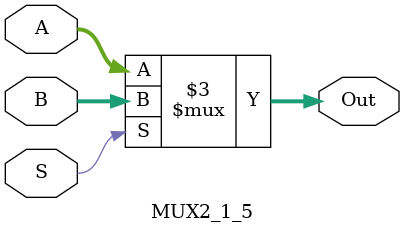
<source format=v>
`timescale 1ns / 1ps
module MUX2_1_5(
    input [4:0] A,
    input [4:0] B,
    input S,
    output reg [4:0] Out
    );
	always @(A, B, S)
		case (S)
			1'b0: Out <= A;
			default: Out <= B;
		endcase
endmodule

</source>
